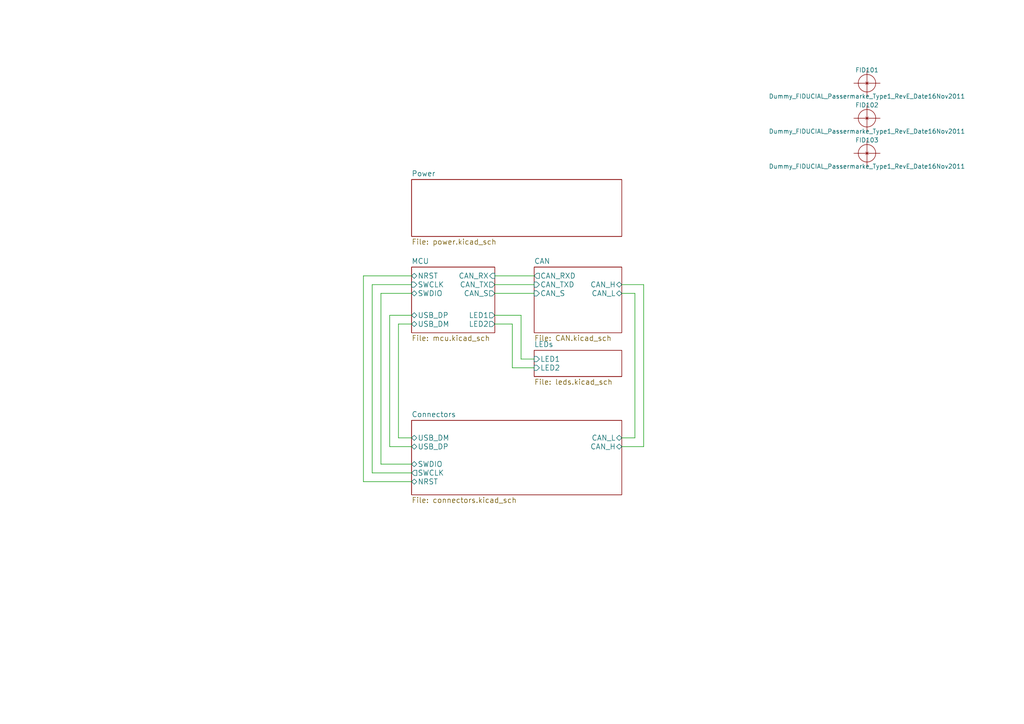
<source format=kicad_sch>
(kicad_sch
	(version 20231120)
	(generator "eeschema")
	(generator_version "8.0")
	(uuid "a7c5f877-da93-493b-a81a-835318e2a893")
	(paper "A4")
	(lib_symbols
		(symbol "candleLight-rescue:Dummy_FIDUCIAL_Passermarke_Type1_RevE_Date16Nov2011"
			(pin_numbers hide)
			(pin_names
				(offset 0) hide)
			(exclude_from_sim no)
			(in_bom yes)
			(on_board yes)
			(property "Reference" "FID"
				(at 0 3.81 0)
				(effects
					(font
						(size 1.27 1.27)
					)
				)
			)
			(property "Value" "Dummy_FIDUCIAL_Passermarke_Type1_RevE_Date16Nov2011"
				(at 0 -3.81 0)
				(effects
					(font
						(size 1.27 1.27)
					)
				)
			)
			(property "Footprint" ""
				(at 0 0 0)
				(effects
					(font
						(size 1.27 1.27)
					)
				)
			)
			(property "Datasheet" ""
				(at 0 0 0)
				(effects
					(font
						(size 1.27 1.27)
					)
				)
			)
			(property "Description" ""
				(at 0 0 0)
				(effects
					(font
						(size 1.27 1.27)
					)
					(hide yes)
				)
			)
			(property "Field5" ""
				(at 0 0 0)
				(effects
					(font
						(size 1.27 1.27)
					)
					(hide yes)
				)
			)
			(symbol "Dummy_FIDUCIAL_Passermarke_Type1_RevE_Date16Nov2011_0_1"
				(polyline
					(pts
						(xy -3.81 0) (xy 3.81 0)
					)
					(stroke
						(width 0)
						(type solid)
					)
					(fill
						(type none)
					)
				)
				(polyline
					(pts
						(xy 0 3.81) (xy 0 -3.81)
					)
					(stroke
						(width 0)
						(type solid)
					)
					(fill
						(type none)
					)
				)
				(circle
					(center 0 0)
					(radius 2.54)
					(stroke
						(width 0)
						(type solid)
					)
					(fill
						(type none)
					)
				)
			)
			(symbol "Dummy_FIDUCIAL_Passermarke_Type1_RevE_Date16Nov2011_1_1"
				(pin no_connect line
					(at 0 0 0)
					(length 0)
					(name "~"
						(effects
							(font
								(size 0.127 0.127)
							)
						)
					)
					(number "~"
						(effects
							(font
								(size 0.127 0.127)
							)
						)
					)
				)
			)
		)
	)
	(wire
		(pts
			(xy 113.03 91.44) (xy 113.03 129.54)
		)
		(stroke
			(width 0)
			(type default)
		)
		(uuid "0b8dcf04-a1aa-4f0e-81cb-76007e84a2a6")
	)
	(wire
		(pts
			(xy 115.57 93.98) (xy 119.38 93.98)
		)
		(stroke
			(width 0)
			(type default)
		)
		(uuid "238af596-64a2-49f5-af13-4da55e008133")
	)
	(wire
		(pts
			(xy 105.41 139.7) (xy 119.38 139.7)
		)
		(stroke
			(width 0)
			(type default)
		)
		(uuid "2b2a4286-33f5-458c-b0e9-eb392aedda00")
	)
	(wire
		(pts
			(xy 110.49 85.09) (xy 119.38 85.09)
		)
		(stroke
			(width 0)
			(type default)
		)
		(uuid "2f6b64f3-59c5-431e-b15f-5b744876729b")
	)
	(wire
		(pts
			(xy 154.94 80.01) (xy 143.51 80.01)
		)
		(stroke
			(width 0)
			(type default)
		)
		(uuid "2ff54b90-db09-4447-baa6-30a7d657feb0")
	)
	(wire
		(pts
			(xy 143.51 93.98) (xy 148.59 93.98)
		)
		(stroke
			(width 0)
			(type default)
		)
		(uuid "354aaf51-bbb5-47de-830c-c05086922667")
	)
	(wire
		(pts
			(xy 186.69 129.54) (xy 180.34 129.54)
		)
		(stroke
			(width 0)
			(type default)
		)
		(uuid "37907e2f-9336-420c-ab4d-e62138008442")
	)
	(wire
		(pts
			(xy 151.13 104.14) (xy 154.94 104.14)
		)
		(stroke
			(width 0)
			(type default)
		)
		(uuid "570d65c1-fab0-4434-aee8-984be6d941b2")
	)
	(wire
		(pts
			(xy 119.38 80.01) (xy 105.41 80.01)
		)
		(stroke
			(width 0)
			(type default)
		)
		(uuid "5a7cc13a-bff3-456d-b536-ef7cf9c89ad7")
	)
	(wire
		(pts
			(xy 119.38 91.44) (xy 113.03 91.44)
		)
		(stroke
			(width 0)
			(type default)
		)
		(uuid "60f3902a-4bbe-434c-b3ce-30bf10444c8e")
	)
	(wire
		(pts
			(xy 105.41 80.01) (xy 105.41 139.7)
		)
		(stroke
			(width 0)
			(type default)
		)
		(uuid "67daf649-c908-45a3-97d7-b08f6b49c013")
	)
	(wire
		(pts
			(xy 148.59 106.68) (xy 154.94 106.68)
		)
		(stroke
			(width 0)
			(type default)
		)
		(uuid "749c28da-3616-48d5-b3f4-aadf890c6a7b")
	)
	(wire
		(pts
			(xy 154.94 82.55) (xy 143.51 82.55)
		)
		(stroke
			(width 0)
			(type default)
		)
		(uuid "81c132fd-89e8-4408-8912-1ac69521da77")
	)
	(wire
		(pts
			(xy 151.13 91.44) (xy 151.13 104.14)
		)
		(stroke
			(width 0)
			(type default)
		)
		(uuid "8a8e52fc-e0e6-450d-9ae9-0e8c1940a468")
	)
	(wire
		(pts
			(xy 113.03 129.54) (xy 119.38 129.54)
		)
		(stroke
			(width 0)
			(type default)
		)
		(uuid "8b484edd-7db5-4f97-964c-b2ca6ba497a8")
	)
	(wire
		(pts
			(xy 148.59 93.98) (xy 148.59 106.68)
		)
		(stroke
			(width 0)
			(type default)
		)
		(uuid "92723eec-95e5-4303-8afc-fea9df204dbf")
	)
	(wire
		(pts
			(xy 115.57 127) (xy 119.38 127)
		)
		(stroke
			(width 0)
			(type default)
		)
		(uuid "9f1a5ba4-2a95-4da6-99ce-aa382a555dd5")
	)
	(wire
		(pts
			(xy 119.38 134.62) (xy 110.49 134.62)
		)
		(stroke
			(width 0)
			(type default)
		)
		(uuid "a3e72fed-a4bc-4b5d-96f4-b87375d886de")
	)
	(wire
		(pts
			(xy 115.57 93.98) (xy 115.57 127)
		)
		(stroke
			(width 0)
			(type default)
		)
		(uuid "aaffe0b8-7b10-4528-b2fe-997ef3837246")
	)
	(wire
		(pts
			(xy 184.15 85.09) (xy 180.34 85.09)
		)
		(stroke
			(width 0)
			(type default)
		)
		(uuid "b310b88d-5159-4183-baea-86a1df4b259f")
	)
	(wire
		(pts
			(xy 180.34 82.55) (xy 186.69 82.55)
		)
		(stroke
			(width 0)
			(type default)
		)
		(uuid "b84962e8-102f-460a-a9f5-16b7d3ceab14")
	)
	(wire
		(pts
			(xy 186.69 82.55) (xy 186.69 129.54)
		)
		(stroke
			(width 0)
			(type default)
		)
		(uuid "ba9a443c-36cf-4eea-bccf-390fa9a86e92")
	)
	(wire
		(pts
			(xy 110.49 134.62) (xy 110.49 85.09)
		)
		(stroke
			(width 0)
			(type default)
		)
		(uuid "c1570108-1164-4a4d-9807-352c634bcde7")
	)
	(wire
		(pts
			(xy 107.95 82.55) (xy 119.38 82.55)
		)
		(stroke
			(width 0)
			(type default)
		)
		(uuid "c8015c9c-395e-44d6-bb49-722e2c7d7082")
	)
	(wire
		(pts
			(xy 107.95 137.16) (xy 119.38 137.16)
		)
		(stroke
			(width 0)
			(type default)
		)
		(uuid "d14216b1-7cfb-4538-ba1e-63068e97db4a")
	)
	(wire
		(pts
			(xy 154.94 85.09) (xy 143.51 85.09)
		)
		(stroke
			(width 0)
			(type default)
		)
		(uuid "e3df6f19-4576-467a-89d8-e377b55ee89f")
	)
	(wire
		(pts
			(xy 184.15 127) (xy 180.34 127)
		)
		(stroke
			(width 0)
			(type default)
		)
		(uuid "ecbdc66c-cb91-4efc-9455-0add0a1ffe6c")
	)
	(wire
		(pts
			(xy 107.95 82.55) (xy 107.95 137.16)
		)
		(stroke
			(width 0)
			(type default)
		)
		(uuid "f0f5876b-c5b7-48bf-ab19-887df7e2cd34")
	)
	(wire
		(pts
			(xy 184.15 85.09) (xy 184.15 127)
		)
		(stroke
			(width 0)
			(type default)
		)
		(uuid "f316e539-9ffe-445f-8830-d1edc913b6f4")
	)
	(wire
		(pts
			(xy 143.51 91.44) (xy 151.13 91.44)
		)
		(stroke
			(width 0)
			(type default)
		)
		(uuid "fe864c2f-c1c6-4039-8104-7d515c8a892e")
	)
	(symbol
		(lib_id "candleLight-rescue:Dummy_FIDUCIAL_Passermarke_Type1_RevE_Date16Nov2011")
		(at 251.46 24.13 0)
		(unit 1)
		(exclude_from_sim no)
		(in_bom yes)
		(on_board yes)
		(dnp no)
		(uuid "00000000-0000-0000-0000-000056fc5cd2")
		(property "Reference" "FID101"
			(at 251.46 20.32 0)
			(effects
				(font
					(size 1.27 1.27)
				)
			)
		)
		(property "Value" "Dummy_FIDUCIAL_Passermarke_Type1_RevE_Date16Nov2011"
			(at 251.46 27.94 0)
			(effects
				(font
					(size 1.27 1.27)
				)
			)
		)
		(property "Footprint" "Fiducials:Fiducial_1mm_Dia_2.54mm_Outer_CopperTop"
			(at 251.46 24.13 0)
			(effects
				(font
					(size 1.27 1.27)
				)
				(hide yes)
			)
		)
		(property "Datasheet" ""
			(at 251.46 24.13 0)
			(effects
				(font
					(size 1.27 1.27)
				)
			)
		)
		(property "Description" ""
			(at 251.46 24.13 0)
			(effects
				(font
					(size 1.27 1.27)
				)
				(hide yes)
			)
		)
		(pin "~"
			(uuid "826e85db-7adb-491e-a30f-0d1f80beb538")
		)
		(instances
			(project ""
				(path "/a7c5f877-da93-493b-a81a-835318e2a893"
					(reference "FID101")
					(unit 1)
				)
			)
		)
	)
	(symbol
		(lib_id "candleLight-rescue:Dummy_FIDUCIAL_Passermarke_Type1_RevE_Date16Nov2011")
		(at 251.46 34.29 0)
		(unit 1)
		(exclude_from_sim no)
		(in_bom yes)
		(on_board yes)
		(dnp no)
		(uuid "00000000-0000-0000-0000-000056fc5dc9")
		(property "Reference" "FID102"
			(at 251.46 30.48 0)
			(effects
				(font
					(size 1.27 1.27)
				)
			)
		)
		(property "Value" "Dummy_FIDUCIAL_Passermarke_Type1_RevE_Date16Nov2011"
			(at 251.46 38.1 0)
			(effects
				(font
					(size 1.27 1.27)
				)
			)
		)
		(property "Footprint" "Fiducials:Fiducial_1mm_Dia_2.54mm_Outer_CopperTop"
			(at 251.46 34.29 0)
			(effects
				(font
					(size 1.27 1.27)
				)
				(hide yes)
			)
		)
		(property "Datasheet" ""
			(at 251.46 34.29 0)
			(effects
				(font
					(size 1.27 1.27)
				)
			)
		)
		(property "Description" ""
			(at 251.46 34.29 0)
			(effects
				(font
					(size 1.27 1.27)
				)
				(hide yes)
			)
		)
		(pin "~"
			(uuid "526db8f1-a3ea-4401-b0e5-4ae527d84fc8")
		)
		(instances
			(project ""
				(path "/a7c5f877-da93-493b-a81a-835318e2a893"
					(reference "FID102")
					(unit 1)
				)
			)
		)
	)
	(symbol
		(lib_id "candleLight-rescue:Dummy_FIDUCIAL_Passermarke_Type1_RevE_Date16Nov2011")
		(at 251.46 44.45 0)
		(unit 1)
		(exclude_from_sim no)
		(in_bom yes)
		(on_board yes)
		(dnp no)
		(uuid "00000000-0000-0000-0000-000056fc6d4e")
		(property "Reference" "FID103"
			(at 251.46 40.64 0)
			(effects
				(font
					(size 1.27 1.27)
				)
			)
		)
		(property "Value" "Dummy_FIDUCIAL_Passermarke_Type1_RevE_Date16Nov2011"
			(at 251.46 48.26 0)
			(effects
				(font
					(size 1.27 1.27)
				)
			)
		)
		(property "Footprint" "Fiducials:Fiducial_1mm_Dia_2.54mm_Outer_CopperTop"
			(at 251.46 44.45 0)
			(effects
				(font
					(size 1.27 1.27)
				)
				(hide yes)
			)
		)
		(property "Datasheet" ""
			(at 251.46 44.45 0)
			(effects
				(font
					(size 1.27 1.27)
				)
			)
		)
		(property "Description" ""
			(at 251.46 44.45 0)
			(effects
				(font
					(size 1.27 1.27)
				)
				(hide yes)
			)
		)
		(pin "~"
			(uuid "3f12f191-ad58-4114-ba21-0b3a6483b147")
		)
		(instances
			(project ""
				(path "/a7c5f877-da93-493b-a81a-835318e2a893"
					(reference "FID103")
					(unit 1)
				)
			)
		)
	)
	(sheet
		(at 119.38 77.47)
		(size 24.13 19.05)
		(fields_autoplaced yes)
		(stroke
			(width 0)
			(type solid)
		)
		(fill
			(color 0 0 0 0.0000)
		)
		(uuid "00000000-0000-0000-0000-000056f3b16b")
		(property "Sheetname" "MCU"
			(at 119.38 76.6314 0)
			(effects
				(font
					(size 1.524 1.524)
				)
				(justify left bottom)
			)
		)
		(property "Sheetfile" "mcu.kicad_sch"
			(at 119.38 97.2062 0)
			(effects
				(font
					(size 1.524 1.524)
				)
				(justify left top)
			)
		)
		(pin "NRST" bidirectional
			(at 119.38 80.01 180)
			(effects
				(font
					(size 1.524 1.524)
				)
				(justify left)
			)
			(uuid "6208ce85-2766-404b-95be-9a533af094e1")
		)
		(pin "SWCLK" input
			(at 119.38 82.55 180)
			(effects
				(font
					(size 1.524 1.524)
				)
				(justify left)
			)
			(uuid "367d53ca-e12f-4e4f-b939-040e76a4cc65")
		)
		(pin "SWDIO" bidirectional
			(at 119.38 85.09 180)
			(effects
				(font
					(size 1.524 1.524)
				)
				(justify left)
			)
			(uuid "b3c16861-fb5d-4377-a8a4-5adb3fb45c6e")
		)
		(pin "USB_DP" bidirectional
			(at 119.38 91.44 180)
			(effects
				(font
					(size 1.524 1.524)
				)
				(justify left)
			)
			(uuid "ae9eb28a-69e7-445d-89ea-0a3b3e32144f")
		)
		(pin "USB_DM" bidirectional
			(at 119.38 93.98 180)
			(effects
				(font
					(size 1.524 1.524)
				)
				(justify left)
			)
			(uuid "746ad7f7-2796-4fce-9c52-db7a747e62b5")
		)
		(pin "CAN_TX" output
			(at 143.51 82.55 0)
			(effects
				(font
					(size 1.524 1.524)
				)
				(justify right)
			)
			(uuid "51436218-f56f-47aa-a760-a6637a9dc963")
		)
		(pin "LED2" output
			(at 143.51 93.98 0)
			(effects
				(font
					(size 1.524 1.524)
				)
				(justify right)
			)
			(uuid "1baee1a0-7dad-452f-9e16-06dc2c371cd2")
		)
		(pin "LED1" output
			(at 143.51 91.44 0)
			(effects
				(font
					(size 1.524 1.524)
				)
				(justify right)
			)
			(uuid "206fef79-371b-455f-a47e-a0894597ced2")
		)
		(pin "CAN_S" output
			(at 143.51 85.09 0)
			(effects
				(font
					(size 1.524 1.524)
				)
				(justify right)
			)
			(uuid "73e17dca-168c-437b-8ed3-6d04dca9fa8b")
		)
		(pin "CAN_RX" input
			(at 143.51 80.01 0)
			(effects
				(font
					(size 1.524 1.524)
				)
				(justify right)
			)
			(uuid "9237c737-a98b-44fe-a77d-0b19b3a358e8")
		)
		(instances
			(project "candleLight"
				(path "/a7c5f877-da93-493b-a81a-835318e2a893"
					(page "3")
				)
			)
		)
	)
	(sheet
		(at 119.38 52.07)
		(size 60.96 16.51)
		(fields_autoplaced yes)
		(stroke
			(width 0)
			(type solid)
		)
		(fill
			(color 0 0 0 0.0000)
		)
		(uuid "00000000-0000-0000-0000-000056f3b1a0")
		(property "Sheetname" "Power"
			(at 119.38 51.2314 0)
			(effects
				(font
					(size 1.524 1.524)
				)
				(justify left bottom)
			)
		)
		(property "Sheetfile" "power.kicad_sch"
			(at 119.38 69.2662 0)
			(effects
				(font
					(size 1.524 1.524)
				)
				(justify left top)
			)
		)
		(instances
			(project "candleLight"
				(path "/a7c5f877-da93-493b-a81a-835318e2a893"
					(page "2")
				)
			)
		)
	)
	(sheet
		(at 154.94 77.47)
		(size 25.4 19.05)
		(fields_autoplaced yes)
		(stroke
			(width 0)
			(type solid)
		)
		(fill
			(color 0 0 0 0.0000)
		)
		(uuid "00000000-0000-0000-0000-000056f3b1ac")
		(property "Sheetname" "CAN"
			(at 154.94 76.6314 0)
			(effects
				(font
					(size 1.524 1.524)
				)
				(justify left bottom)
			)
		)
		(property "Sheetfile" "CAN.kicad_sch"
			(at 154.94 97.2062 0)
			(effects
				(font
					(size 1.524 1.524)
				)
				(justify left top)
			)
		)
		(pin "CAN_TXD" input
			(at 154.94 82.55 180)
			(effects
				(font
					(size 1.524 1.524)
				)
				(justify left)
			)
			(uuid "51608490-d915-4bcd-9c5a-e2d153e457b7")
		)
		(pin "CAN_RXD" output
			(at 154.94 80.01 180)
			(effects
				(font
					(size 1.524 1.524)
				)
				(justify left)
			)
			(uuid "65e94846-5d88-4db4-84a4-229aa4738731")
		)
		(pin "CAN_S" input
			(at 154.94 85.09 180)
			(effects
				(font
					(size 1.524 1.524)
				)
				(justify left)
			)
			(uuid "13da94f9-73cc-4365-a66d-4c79fd91628b")
		)
		(pin "CAN_H" bidirectional
			(at 180.34 82.55 0)
			(effects
				(font
					(size 1.524 1.524)
				)
				(justify right)
			)
			(uuid "2749fb63-38a8-4be1-9b3a-2ff3a6cd9f59")
		)
		(pin "CAN_L" bidirectional
			(at 180.34 85.09 0)
			(effects
				(font
					(size 1.524 1.524)
				)
				(justify right)
			)
			(uuid "60396325-4d52-477b-9491-d85aec5542d6")
		)
		(instances
			(project "candleLight"
				(path "/a7c5f877-da93-493b-a81a-835318e2a893"
					(page "5")
				)
			)
		)
	)
	(sheet
		(at 119.38 121.92)
		(size 60.96 21.59)
		(fields_autoplaced yes)
		(stroke
			(width 0)
			(type solid)
		)
		(fill
			(color 0 0 0 0.0000)
		)
		(uuid "00000000-0000-0000-0000-000056f568c1")
		(property "Sheetname" "Connectors"
			(at 119.38 121.0814 0)
			(effects
				(font
					(size 1.524 1.524)
				)
				(justify left bottom)
			)
		)
		(property "Sheetfile" "connectors.kicad_sch"
			(at 119.38 144.1962 0)
			(effects
				(font
					(size 1.524 1.524)
				)
				(justify left top)
			)
		)
		(pin "CAN_L" bidirectional
			(at 180.34 127 0)
			(effects
				(font
					(size 1.524 1.524)
				)
				(justify right)
			)
			(uuid "8237002b-6f0f-43f7-8328-ef844b068dc3")
		)
		(pin "CAN_H" bidirectional
			(at 180.34 129.54 0)
			(effects
				(font
					(size 1.524 1.524)
				)
				(justify right)
			)
			(uuid "d7f8e6d4-546e-466f-956c-e621d55933cb")
		)
		(pin "USB_DM" bidirectional
			(at 119.38 127 180)
			(effects
				(font
					(size 1.524 1.524)
				)
				(justify left)
			)
			(uuid "7fe4c7fd-8b5e-468b-9107-5e131b39436d")
		)
		(pin "USB_DP" bidirectional
			(at 119.38 129.54 180)
			(effects
				(font
					(size 1.524 1.524)
				)
				(justify left)
			)
			(uuid "c0fc88ac-9c61-4b6a-8623-0cfeac5fc7c8")
		)
		(pin "SWCLK" output
			(at 119.38 137.16 180)
			(effects
				(font
					(size 1.524 1.524)
				)
				(justify left)
			)
			(uuid "a84d424e-8683-435f-9810-89886e8aa4cf")
		)
		(pin "SWDIO" bidirectional
			(at 119.38 134.62 180)
			(effects
				(font
					(size 1.524 1.524)
				)
				(justify left)
			)
			(uuid "f8dfd596-6375-48fc-ba2b-bef932d381cb")
		)
		(pin "NRST" bidirectional
			(at 119.38 139.7 180)
			(effects
				(font
					(size 1.524 1.524)
				)
				(justify left)
			)
			(uuid "7d66edbb-4d0b-4763-a243-cfaf546c10ac")
		)
		(instances
			(project "candleLight"
				(path "/a7c5f877-da93-493b-a81a-835318e2a893"
					(page "4")
				)
			)
		)
	)
	(sheet
		(at 154.94 101.6)
		(size 25.4 7.62)
		(fields_autoplaced yes)
		(stroke
			(width 0)
			(type solid)
		)
		(fill
			(color 0 0 0 0.0000)
		)
		(uuid "00000000-0000-0000-0000-000056f5f6f8")
		(property "Sheetname" "LEDs"
			(at 154.94 100.7614 0)
			(effects
				(font
					(size 1.524 1.524)
				)
				(justify left bottom)
			)
		)
		(property "Sheetfile" "leds.kicad_sch"
			(at 154.94 109.9062 0)
			(effects
				(font
					(size 1.524 1.524)
				)
				(justify left top)
			)
		)
		(pin "LED2" input
			(at 154.94 106.68 180)
			(effects
				(font
					(size 1.524 1.524)
				)
				(justify left)
			)
			(uuid "32b44f2c-e720-49ba-be55-e571fd1cb542")
		)
		(pin "LED1" input
			(at 154.94 104.14 180)
			(effects
				(font
					(size 1.524 1.524)
				)
				(justify left)
			)
			(uuid "f7362c03-62de-41fd-a1ff-c1d84b9bb437")
		)
		(instances
			(project "candleLight"
				(path "/a7c5f877-da93-493b-a81a-835318e2a893"
					(page "6")
				)
			)
		)
	)
	(sheet_instances
		(path "/"
			(page "1")
		)
	)
)

</source>
